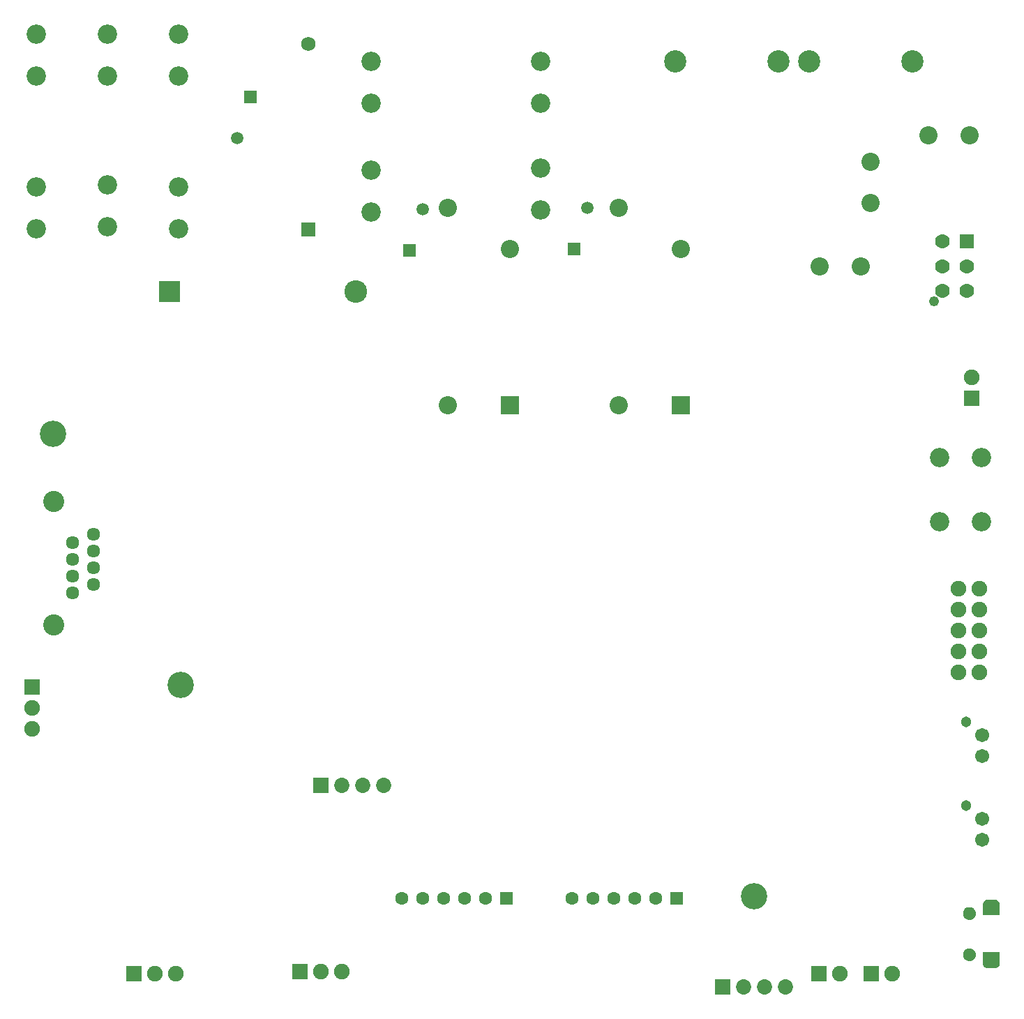
<source format=gbr>
G04 EAGLE Gerber RS-274X export*
G75*
%MOIN*%
%FSLAX34Y34*%
%LPD*%
%INSoldermask Bottom*%
%IPPOS*%
%AMOC8*
5,1,8,0,0,1.08239X$1,22.5*%
G01*
%ADD10C,0.031043*%
%ADD11C,0.051307*%
%ADD12C,0.067055*%
%ADD13C,0.074929*%
%ADD14R,0.074929X0.074929*%
%ADD15R,0.072961X0.072961*%
%ADD16C,0.072961*%
%ADD17C,0.092646*%
%ADD18R,0.063000X0.063000*%
%ADD19C,0.063000*%
%ADD20C,0.048157*%
%ADD21R,0.069811X0.069811*%
%ADD22C,0.069811*%
%ADD23R,0.086740X0.086740*%
%ADD24C,0.086740*%
%ADD25R,0.059496X0.059496*%
%ADD26C,0.059496*%
%ADD27R,0.069024X0.069024*%
%ADD28C,0.069024*%
%ADD29C,0.106425*%
%ADD30R,0.098551X0.098551*%
%ADD31C,0.108000*%
%ADD32C,0.063433*%
%ADD33C,0.100913*%
%ADD34C,0.126110*%

G36*
X47606Y1660D02*
X47606Y1660D01*
X47650Y1664D01*
X47692Y1677D01*
X47730Y1697D01*
X47764Y1725D01*
X47792Y1759D01*
X47812Y1797D01*
X47825Y1839D01*
X47828Y1873D01*
X47829Y1875D01*
X47829Y1877D01*
X47829Y1880D01*
X47829Y1882D01*
X47829Y1883D01*
X47829Y2419D01*
X47828Y2421D01*
X47030Y2421D01*
X47029Y2420D01*
X47029Y2419D01*
X47029Y1883D01*
X47033Y1839D01*
X47046Y1797D01*
X47066Y1759D01*
X47067Y1759D01*
X47094Y1725D01*
X47128Y1697D01*
X47166Y1677D01*
X47167Y1677D01*
X47208Y1664D01*
X47209Y1664D01*
X47252Y1660D01*
X47606Y1660D01*
X47606Y1660D01*
G37*
G36*
X47829Y4180D02*
X47829Y4180D01*
X47829Y4181D01*
X47829Y4717D01*
X47825Y4761D01*
X47812Y4803D01*
X47792Y4841D01*
X47764Y4875D01*
X47730Y4903D01*
X47692Y4923D01*
X47650Y4936D01*
X47606Y4940D01*
X47252Y4940D01*
X47209Y4936D01*
X47208Y4936D01*
X47167Y4923D01*
X47166Y4923D01*
X47128Y4903D01*
X47094Y4875D01*
X47067Y4841D01*
X47066Y4841D01*
X47046Y4803D01*
X47033Y4761D01*
X47029Y4717D01*
X47029Y4181D01*
X47030Y4179D01*
X47828Y4179D01*
X47829Y4180D01*
G37*
D10*
X46211Y2316D02*
X46213Y2340D01*
X46219Y2364D01*
X46228Y2386D01*
X46241Y2407D01*
X46256Y2426D01*
X46275Y2441D01*
X46296Y2454D01*
X46318Y2463D01*
X46342Y2469D01*
X46366Y2471D01*
X46390Y2469D01*
X46414Y2463D01*
X46436Y2454D01*
X46457Y2441D01*
X46476Y2426D01*
X46491Y2407D01*
X46504Y2386D01*
X46513Y2364D01*
X46519Y2340D01*
X46521Y2316D01*
X46519Y2292D01*
X46513Y2268D01*
X46504Y2246D01*
X46491Y2225D01*
X46476Y2206D01*
X46457Y2191D01*
X46436Y2178D01*
X46414Y2169D01*
X46390Y2163D01*
X46366Y2161D01*
X46342Y2163D01*
X46318Y2169D01*
X46296Y2178D01*
X46275Y2191D01*
X46256Y2206D01*
X46241Y2225D01*
X46228Y2246D01*
X46219Y2268D01*
X46213Y2292D01*
X46211Y2316D01*
X46211Y4284D02*
X46213Y4308D01*
X46219Y4332D01*
X46228Y4354D01*
X46241Y4375D01*
X46256Y4394D01*
X46275Y4409D01*
X46296Y4422D01*
X46318Y4431D01*
X46342Y4437D01*
X46366Y4439D01*
X46390Y4437D01*
X46414Y4431D01*
X46436Y4422D01*
X46457Y4409D01*
X46476Y4394D01*
X46491Y4375D01*
X46504Y4354D01*
X46513Y4332D01*
X46519Y4308D01*
X46521Y4284D01*
X46519Y4260D01*
X46513Y4236D01*
X46504Y4214D01*
X46491Y4193D01*
X46476Y4174D01*
X46457Y4159D01*
X46436Y4146D01*
X46414Y4137D01*
X46390Y4131D01*
X46366Y4129D01*
X46342Y4131D01*
X46318Y4137D01*
X46296Y4146D01*
X46275Y4159D01*
X46256Y4174D01*
X46241Y4193D01*
X46228Y4214D01*
X46219Y4236D01*
X46213Y4260D01*
X46211Y4284D01*
D11*
X46213Y13414D03*
D12*
X47000Y12784D03*
X47000Y11800D03*
D11*
X46213Y9414D03*
D12*
X47000Y8784D03*
X47000Y7800D03*
D13*
X45850Y19800D03*
X45850Y18800D03*
X45850Y17800D03*
X45850Y16800D03*
X45850Y15800D03*
X46850Y15800D03*
X46850Y16800D03*
X46850Y17800D03*
X46850Y18800D03*
X46850Y19800D03*
D14*
X39200Y1400D03*
D13*
X40200Y1400D03*
D15*
X34600Y750D03*
D16*
X35600Y750D03*
X36600Y750D03*
X37600Y750D03*
D17*
X44950Y26050D03*
X46950Y26050D03*
X44950Y23000D03*
X46950Y23000D03*
D18*
X24250Y5000D03*
D19*
X23250Y5000D03*
X22250Y5000D03*
X21250Y5000D03*
X20250Y5000D03*
X19250Y5000D03*
D18*
X32400Y5000D03*
D19*
X31400Y5000D03*
X30400Y5000D03*
X29400Y5000D03*
X28400Y5000D03*
X27400Y5000D03*
D20*
X44699Y33515D03*
D21*
X46266Y36381D03*
D22*
X46266Y35200D03*
X46266Y34019D03*
X45085Y36381D03*
X45085Y35200D03*
X45085Y34019D03*
D23*
X32588Y28569D03*
D24*
X29612Y28569D03*
X32588Y36010D03*
X29612Y37994D03*
D23*
X24438Y28569D03*
D24*
X21462Y28569D03*
X24438Y36010D03*
X21462Y37994D03*
D25*
X19635Y35966D03*
D26*
X20265Y37934D03*
D25*
X27485Y36016D03*
D26*
X28115Y37984D03*
D17*
X25900Y37900D03*
X25900Y39900D03*
X25900Y43000D03*
X25900Y45000D03*
X17800Y37800D03*
X17800Y39800D03*
X17800Y43000D03*
X17800Y45000D03*
X8600Y44300D03*
X8600Y46300D03*
X8600Y37000D03*
X8600Y39000D03*
D27*
X14800Y36971D03*
D28*
X14800Y45829D03*
D29*
X37261Y45000D03*
X32339Y45000D03*
X43661Y45000D03*
X38739Y45000D03*
D25*
X12015Y43284D03*
D26*
X11385Y41316D03*
D30*
X8151Y34000D03*
D31*
X17049Y34000D03*
D24*
X44416Y41450D03*
X46384Y41450D03*
X41650Y40184D03*
X41650Y38216D03*
D14*
X14400Y1500D03*
D13*
X15400Y1500D03*
X16400Y1500D03*
D14*
X6450Y1400D03*
D13*
X7450Y1400D03*
X8450Y1400D03*
D14*
X41700Y1400D03*
D13*
X42700Y1400D03*
D17*
X5200Y37100D03*
X5200Y39100D03*
X5200Y44300D03*
X5200Y46300D03*
X1800Y37000D03*
X1800Y39000D03*
X1800Y44300D03*
X1800Y46300D03*
D24*
X39216Y35200D03*
X41184Y35200D03*
D14*
X46500Y28900D03*
D13*
X46500Y29900D03*
D14*
X1600Y15100D03*
D13*
X1600Y14100D03*
X1600Y13100D03*
D32*
X3538Y19594D03*
X4538Y19996D03*
X3538Y20398D03*
X4538Y20799D03*
X3538Y21201D03*
X4538Y21602D03*
X3538Y22004D03*
X4538Y22406D03*
D33*
X2633Y23953D03*
X2633Y18047D03*
D34*
X36100Y5100D03*
X2600Y27200D03*
X8700Y15200D03*
D15*
X15400Y10400D03*
D16*
X16400Y10400D03*
X17400Y10400D03*
X18400Y10400D03*
M02*

</source>
